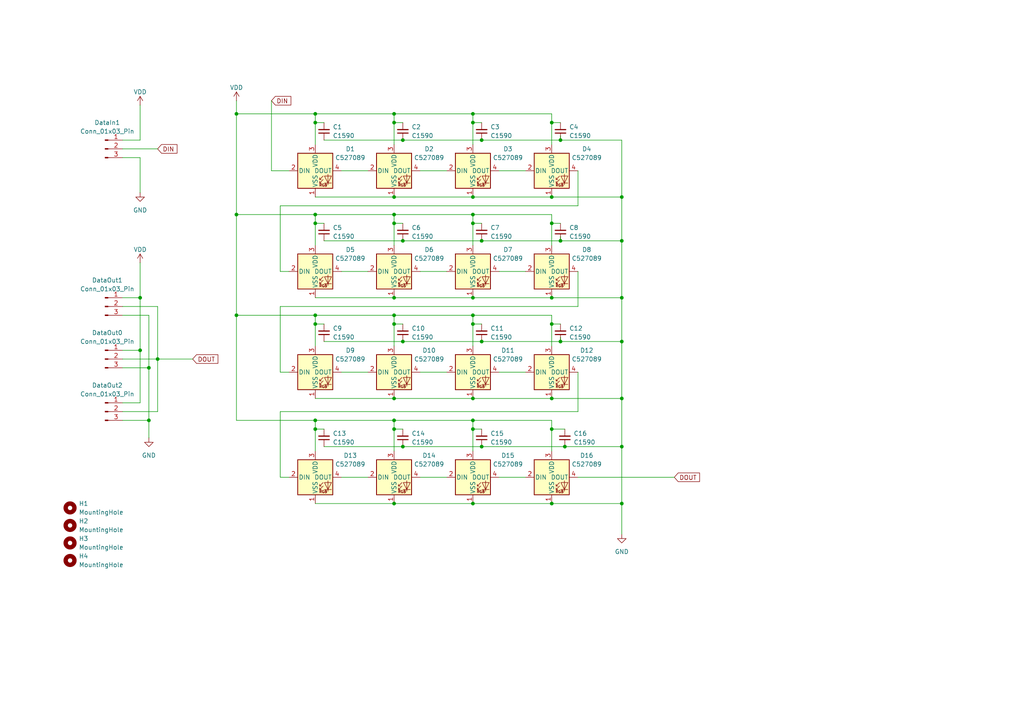
<source format=kicad_sch>
(kicad_sch (version 20250114) (generator "eeschema") (generator_version "9.0")
  (paper "A4")
  (lib_symbols
    (symbol "Connector:Conn_01x03_Pin" (pin_names (offset 1.016) (hide yes))
      (property "Reference" "J" (at 0 5.08 0))
      (property "Value" "Conn_01x03_Pin" (at 0 -5.08 0))
      (symbol "Conn_01x03_Pin_1_1"
        (rectangle (start 0.8636 2.667) (end 0 2.413) (stroke (width 0.1524)) (fill (type outline)))
        (rectangle (start 0.8636 0.127) (end 0 -0.127) (stroke (width 0.1524)) (fill (type outline)))
        (rectangle (start 0.8636 -2.413) (end 0 -2.667) (stroke (width 0.1524)) (fill (type outline)))
        (polyline (pts (xy 1.27 2.54) (xy 0.8636 2.54)) (stroke (width 0.1524)))
        (polyline (pts (xy 1.27 0) (xy 0.8636 0)) (stroke (width 0.1524)))
        (polyline (pts (xy 1.27 -2.54) (xy 0.8636 -2.54)) (stroke (width 0.1524)))
        (pin passive line (at 5.08 2.54 180) (length 3.81) (name "Pin_1") (number "1"))
        (pin passive line (at 5.08 0 180) (length 3.81) (name "Pin_2") (number "2"))
        (pin passive line (at 5.08 -2.54 180) (length 3.81) (name "Pin_3") (number "3"))
      )
    )
    (symbol "Device:C_Small" (pin_numbers (hide yes)) (pin_names (offset 0.254) (hide yes))
      (property "Reference" "C" (at 0.254 1.778 0))
      (property "Value" "C_Small" (at 0.254 -2.032 0))
      (symbol "C_Small_0_1"
        (polyline (pts (xy -1.524 0.508) (xy 1.524 0.508)) (stroke (width 0.3048)))
        (polyline (pts (xy -1.524 -0.508) (xy 1.524 -0.508)) (stroke (width 0.3302)))
      )
      (symbol "C_Small_1_1"
        (pin passive line (at 0 2.54 270) (length 2.032) (name "~") (number "1"))
        (pin passive line (at 0 -2.54 90) (length 2.032) (name "~") (number "2"))
      )
    )
    (symbol "LED:SK6812" (pin_names (offset 0.254))
      (property "Reference" "D" (at 5.08 5.715 0))
      (property "Value" "SK6812" (at 1.27 -5.715 0))
      (symbol "SK6812_0_0"
        (text "RGB" (at 2.286 -4.191 0) (effects (font (size 0.762 0.762))))
      )
      (symbol "SK6812_0_1"
        (polyline (pts (xy 1.27 -2.54) (xy 1.778 -2.54)))
        (polyline (pts (xy 1.27 -3.556) (xy 1.778 -3.556)))
        (polyline (pts (xy 2.286 -1.524) (xy 1.27 -2.54) (xy 1.27 -2.032)))
        (polyline (pts (xy 2.286 -2.54) (xy 1.27 -3.556) (xy 1.27 -3.048)))
        (polyline (pts (xy 3.683 -1.016) (xy 3.683 -3.556) (xy 3.683 -4.064)))
        (polyline (pts (xy 4.699 -1.524) (xy 2.667 -1.524) (xy 3.683 -3.556) (xy 4.699 -1.524)))
        (polyline (pts (xy 4.699 -3.556) (xy 2.667 -3.556)))
        (rectangle (start 5.08 5.08) (end -5.08 -5.08) (stroke (width 0.254)) (fill (type background)))
      )
      (symbol "SK6812_1_1"
        (pin input line (at -7.62 0 0) (length 2.54) (name "DIN") (number "2"))
        (pin power_in line (at 0 7.62 270) (length 2.54) (name "VDD") (number "3"))
        (pin power_in line (at 0 -7.62 90) (length 2.54) (name "VSS") (number "1"))
        (pin output line (at 7.62 0 180) (length 2.54) (name "DOUT") (number "4"))
      )
    )
    (symbol "Mechanical:MountingHole" (pin_names (offset 1.016)) (exclude_from_sim yes) (in_bom no)
      (property "Reference" "H" (at 0 5.08 0))
      (property "Value" "MountingHole" (at 0 3.175 0))
      (symbol "MountingHole_0_1"
        (circle (center 0 0) (radius 1.27) (stroke (width 1.27)))
      )
    )
    (symbol "power:GND" (power) (pin_numbers (hide yes)) (pin_names (offset 0) (hide yes))
      (property "Value" "GND" (at 0 -3.81 0))
      (symbol "GND_0_1"
        (polyline (pts (xy 0 0) (xy 0 -1.27) (xy 1.27 -1.27) (xy 0 -2.54) (xy -1.27 -1.27) (xy 0 -1.27)))
      )
      (symbol "GND_1_1"
        (pin power_in line (at 0 0 270) (length 0) (name "~") (number "1"))
      )
    )
    (symbol "power:VDD" (power) (pin_numbers (hide yes)) (pin_names (offset 0) (hide yes))
      (property "Value" "VDD" (at 0 3.556 0))
      (symbol "VDD_0_1"
        (polyline (pts (xy -0.762 1.27) (xy 0 2.54)))
        (polyline (pts (xy 0 2.54) (xy 0.762 1.27)))
        (polyline (pts (xy 0 0) (xy 0 2.54)))
      )
      (symbol "VDD_1_1"
        (pin power_in line (at 0 0 90) (length 0) (name "~") (number "1"))
      )
    )
  )
  (junction (at 180.34 57.15))
  (junction (at 114.3 93.98))
  (junction (at 180.34 129.54))
  (junction (at 160.02 93.98))
  (junction (at 160.02 86.36))
  (junction (at 180.34 69.85))
  (junction (at 114.3 91.44))
  (junction (at 43.18 106.68))
  (junction (at 139.7 40.64))
  (junction (at 139.7 129.54))
  (junction (at 180.34 99.06))
  (junction (at 116.84 129.54))
  (junction (at 137.16 121.92))
  (junction (at 114.3 115.57))
  (junction (at 160.02 115.57))
  (junction (at 137.16 91.44))
  (junction (at 114.3 64.77))
  (junction (at 137.16 57.15))
  (junction (at 139.7 69.85))
  (junction (at 68.58 91.44))
  (junction (at 160.02 35.56))
  (junction (at 137.16 35.56))
  (junction (at 91.44 93.98))
  (junction (at 40.64 101.6))
  (junction (at 116.84 99.06))
  (junction (at 162.56 69.85))
  (junction (at 91.44 62.23))
  (junction (at 68.58 62.23))
  (junction (at 43.18 121.92))
  (junction (at 91.44 64.77))
  (junction (at 180.34 115.57))
  (junction (at 137.16 146.05))
  (junction (at 137.16 115.57))
  (junction (at 114.3 57.15))
  (junction (at 40.64 86.36))
  (junction (at 91.44 33.02))
  (junction (at 137.16 86.36))
  (junction (at 114.3 33.02))
  (junction (at 162.56 40.64))
  (junction (at 137.16 93.98))
  (junction (at 137.16 62.23))
  (junction (at 137.16 64.77))
  (junction (at 139.7 99.06))
  (junction (at 114.3 62.23))
  (junction (at 91.44 124.46))
  (junction (at 114.3 35.56))
  (junction (at 68.58 33.02))
  (junction (at 45.72 104.14))
  (junction (at 114.3 121.92))
  (junction (at 163.83 129.54))
  (junction (at 114.3 146.05))
  (junction (at 162.56 99.06))
  (junction (at 180.34 86.36))
  (junction (at 160.02 57.15))
  (junction (at 137.16 33.02))
  (junction (at 137.16 124.46))
  (junction (at 116.84 40.64))
  (junction (at 160.02 64.77))
  (junction (at 91.44 121.92))
  (junction (at 114.3 86.36))
  (junction (at 91.44 35.56))
  (junction (at 180.34 146.05))
  (junction (at 160.02 146.05))
  (junction (at 160.02 124.46))
  (junction (at 114.3 124.46))
  (junction (at 91.44 91.44))
  (junction (at 116.84 69.85))
  (wire (pts (xy 45.72 88.9) (xy 45.72 104.14)))
  (wire (pts (xy 35.56 88.9) (xy 45.72 88.9)))
  (wire (pts (xy 163.83 129.54) (xy 180.34 129.54)))
  (wire (pts (xy 160.02 91.44) (xy 160.02 93.98)))
  (wire (pts (xy 68.58 62.23) (xy 91.44 62.23)))
  (wire (pts (xy 40.64 40.64) (xy 40.64 30.48)))
  (wire (pts (xy 81.28 107.95) (xy 83.82 107.95)))
  (wire (pts (xy 68.58 33.02) (xy 91.44 33.02)))
  (wire (pts (xy 78.74 29.21) (xy 78.74 49.53)))
  (wire (pts (xy 68.58 62.23) (xy 68.58 91.44)))
  (wire (pts (xy 180.34 86.36) (xy 180.34 99.06)))
  (wire (pts (xy 81.28 88.9) (xy 81.28 107.95)))
  (wire (pts (xy 162.56 69.85) (xy 162.56 68.58)))
  (wire (pts (xy 121.92 49.53) (xy 129.54 49.53)))
  (wire (pts (xy 99.06 49.53) (xy 106.68 49.53)))
  (wire (pts (xy 91.44 35.56) (xy 93.98 35.56)))
  (wire (pts (xy 167.64 119.38) (xy 81.28 119.38)))
  (wire (pts (xy 180.34 69.85) (xy 180.34 86.36)))
  (wire (pts (xy 121.92 107.95) (xy 129.54 107.95)))
  (wire (pts (xy 116.84 129.54) (xy 139.7 129.54)))
  (wire (pts (xy 91.44 86.36) (xy 114.3 86.36)))
  (wire (pts (xy 137.16 93.98) (xy 139.7 93.98)))
  (wire (pts (xy 116.84 69.85) (xy 139.7 69.85)))
  (wire (pts (xy 160.02 35.56) (xy 160.02 41.91)))
  (wire (pts (xy 91.44 33.02) (xy 114.3 33.02)))
  (wire (pts (xy 160.02 57.15) (xy 180.34 57.15)))
  (wire (pts (xy 114.3 124.46) (xy 116.84 124.46)))
  (wire (pts (xy 162.56 69.85) (xy 180.34 69.85)))
  (wire (pts (xy 180.34 129.54) (xy 180.34 146.05)))
  (wire (pts (xy 114.3 62.23) (xy 137.16 62.23)))
  (wire (pts (xy 160.02 35.56) (xy 162.56 35.56)))
  (wire (pts (xy 114.3 91.44) (xy 114.3 93.98)))
  (wire (pts (xy 114.3 64.77) (xy 116.84 64.77)))
  (wire (pts (xy 45.72 104.14) (xy 55.88 104.14)))
  (wire (pts (xy 40.64 116.84) (xy 40.64 101.6)))
  (wire (pts (xy 137.16 57.15) (xy 160.02 57.15)))
  (wire (pts (xy 137.16 93.98) (xy 137.16 100.33)))
  (wire (pts (xy 114.3 62.23) (xy 114.3 64.77)))
  (wire (pts (xy 137.16 33.02) (xy 137.16 35.56)))
  (wire (pts (xy 139.7 69.85) (xy 162.56 69.85)))
  (wire (pts (xy 144.78 107.95) (xy 152.4 107.95)))
  (wire (pts (xy 91.44 91.44) (xy 91.44 93.98)))
  (wire (pts (xy 139.7 40.64) (xy 162.56 40.64)))
  (wire (pts (xy 137.16 146.05) (xy 160.02 146.05)))
  (wire (pts (xy 167.64 49.53) (xy 167.64 59.69)))
  (wire (pts (xy 81.28 59.69) (xy 81.28 78.74)))
  (wire (pts (xy 162.56 99.06) (xy 180.34 99.06)))
  (wire (pts (xy 162.56 99.06) (xy 162.56 97.79)))
  (wire (pts (xy 144.78 49.53) (xy 152.4 49.53)))
  (wire (pts (xy 99.06 107.95) (xy 106.68 107.95)))
  (wire (pts (xy 160.02 121.92) (xy 160.02 124.46)))
  (wire (pts (xy 137.16 86.36) (xy 160.02 86.36)))
  (wire (pts (xy 114.3 91.44) (xy 137.16 91.44)))
  (wire (pts (xy 91.44 93.98) (xy 93.98 93.98)))
  (wire (pts (xy 167.64 59.69) (xy 81.28 59.69)))
  (wire (pts (xy 114.3 86.36) (xy 137.16 86.36)))
  (wire (pts (xy 91.44 64.77) (xy 93.98 64.77)))
  (wire (pts (xy 35.56 101.6) (xy 40.64 101.6)))
  (wire (pts (xy 68.58 33.02) (xy 68.58 62.23)))
  (wire (pts (xy 40.64 76.2) (xy 40.64 86.36)))
  (wire (pts (xy 144.78 78.74) (xy 152.4 78.74)))
  (wire (pts (xy 40.64 86.36) (xy 40.64 101.6)))
  (wire (pts (xy 116.84 99.06) (xy 139.7 99.06)))
  (wire (pts (xy 91.44 57.15) (xy 114.3 57.15)))
  (wire (pts (xy 180.34 40.64) (xy 180.34 57.15)))
  (wire (pts (xy 83.82 49.53) (xy 78.74 49.53)))
  (wire (pts (xy 93.98 129.54) (xy 116.84 129.54)))
  (wire (pts (xy 137.16 33.02) (xy 160.02 33.02)))
  (wire (pts (xy 99.06 138.43) (xy 106.68 138.43)))
  (wire (pts (xy 137.16 121.92) (xy 137.16 124.46)))
  (wire (pts (xy 45.72 104.14) (xy 35.56 104.14)))
  (wire (pts (xy 91.44 124.46) (xy 93.98 124.46)))
  (wire (pts (xy 167.64 78.74) (xy 167.64 88.9)))
  (wire (pts (xy 114.3 121.92) (xy 114.3 124.46)))
  (wire (pts (xy 137.16 124.46) (xy 139.7 124.46)))
  (wire (pts (xy 139.7 129.54) (xy 163.83 129.54)))
  (wire (pts (xy 35.56 121.92) (xy 43.18 121.92)))
  (wire (pts (xy 137.16 91.44) (xy 160.02 91.44)))
  (wire (pts (xy 45.72 119.38) (xy 45.72 104.14)))
  (wire (pts (xy 160.02 124.46) (xy 160.02 130.81)))
  (wire (pts (xy 35.56 106.68) (xy 43.18 106.68)))
  (wire (pts (xy 81.28 119.38) (xy 81.28 138.43)))
  (wire (pts (xy 35.56 119.38) (xy 45.72 119.38)))
  (wire (pts (xy 43.18 121.92) (xy 43.18 127)))
  (wire (pts (xy 91.44 93.98) (xy 91.44 100.33)))
  (wire (pts (xy 160.02 93.98) (xy 160.02 100.33)))
  (wire (pts (xy 68.58 29.21) (xy 68.58 33.02)))
  (wire (pts (xy 114.3 121.92) (xy 91.44 121.92)))
  (wire (pts (xy 121.92 138.43) (xy 129.54 138.43)))
  (wire (pts (xy 35.56 86.36) (xy 40.64 86.36)))
  (wire (pts (xy 137.16 124.46) (xy 137.16 130.81)))
  (wire (pts (xy 137.16 64.77) (xy 137.16 71.12)))
  (wire (pts (xy 35.56 116.84) (xy 40.64 116.84)))
  (wire (pts (xy 91.44 115.57) (xy 114.3 115.57)))
  (wire (pts (xy 144.78 138.43) (xy 152.4 138.43)))
  (wire (pts (xy 114.3 124.46) (xy 114.3 130.81)))
  (wire (pts (xy 91.44 121.92) (xy 91.44 124.46)))
  (wire (pts (xy 114.3 146.05) (xy 137.16 146.05)))
  (wire (pts (xy 137.16 121.92) (xy 114.3 121.92)))
  (wire (pts (xy 180.34 57.15) (xy 180.34 69.85)))
  (wire (pts (xy 137.16 62.23) (xy 160.02 62.23)))
  (wire (pts (xy 91.44 146.05) (xy 114.3 146.05)))
  (wire (pts (xy 137.16 115.57) (xy 160.02 115.57)))
  (wire (pts (xy 68.58 91.44) (xy 68.58 121.92)))
  (wire (pts (xy 180.34 99.06) (xy 180.34 115.57)))
  (wire (pts (xy 43.18 106.68) (xy 43.18 121.92)))
  (wire (pts (xy 81.28 78.74) (xy 83.82 78.74)))
  (wire (pts (xy 137.16 91.44) (xy 137.16 93.98)))
  (wire (pts (xy 114.3 33.02) (xy 114.3 35.56)))
  (wire (pts (xy 167.64 107.95) (xy 167.64 119.38)))
  (wire (pts (xy 81.28 138.43) (xy 83.82 138.43)))
  (wire (pts (xy 40.64 45.72) (xy 40.64 55.88)))
  (wire (pts (xy 114.3 64.77) (xy 114.3 71.12)))
  (wire (pts (xy 162.56 40.64) (xy 180.34 40.64)))
  (wire (pts (xy 68.58 121.92) (xy 91.44 121.92)))
  (wire (pts (xy 180.34 115.57) (xy 180.34 129.54)))
  (wire (pts (xy 91.44 124.46) (xy 91.44 130.81)))
  (wire (pts (xy 160.02 86.36) (xy 180.34 86.36)))
  (wire (pts (xy 137.16 64.77) (xy 139.7 64.77)))
  (wire (pts (xy 160.02 64.77) (xy 162.56 64.77)))
  (wire (pts (xy 160.02 121.92) (xy 137.16 121.92)))
  (wire (pts (xy 139.7 99.06) (xy 162.56 99.06)))
  (wire (pts (xy 137.16 62.23) (xy 137.16 64.77)))
  (wire (pts (xy 35.56 45.72) (xy 40.64 45.72)))
  (wire (pts (xy 114.3 33.02) (xy 137.16 33.02)))
  (wire (pts (xy 180.34 146.05) (xy 180.34 154.94)))
  (wire (pts (xy 167.64 138.43) (xy 195.58 138.43)))
  (wire (pts (xy 68.58 91.44) (xy 91.44 91.44)))
  (wire (pts (xy 160.02 62.23) (xy 160.02 64.77)))
  (wire (pts (xy 91.44 91.44) (xy 114.3 91.44)))
  (wire (pts (xy 91.44 62.23) (xy 114.3 62.23)))
  (wire (pts (xy 114.3 115.57) (xy 137.16 115.57)))
  (wire (pts (xy 114.3 35.56) (xy 114.3 41.91)))
  (wire (pts (xy 91.44 64.77) (xy 91.44 71.12)))
  (wire (pts (xy 160.02 33.02) (xy 160.02 35.56)))
  (wire (pts (xy 43.18 91.44) (xy 43.18 106.68)))
  (wire (pts (xy 180.34 146.05) (xy 160.02 146.05)))
  (wire (pts (xy 93.98 40.64) (xy 116.84 40.64)))
  (wire (pts (xy 91.44 62.23) (xy 91.44 64.77)))
  (wire (pts (xy 35.56 43.18) (xy 45.72 43.18)))
  (wire (pts (xy 160.02 124.46) (xy 163.83 124.46)))
  (wire (pts (xy 93.98 99.06) (xy 116.84 99.06)))
  (wire (pts (xy 137.16 35.56) (xy 137.16 41.91)))
  (wire (pts (xy 114.3 35.56) (xy 116.84 35.56)))
  (wire (pts (xy 160.02 115.57) (xy 180.34 115.57)))
  (wire (pts (xy 121.92 78.74) (xy 129.54 78.74)))
  (wire (pts (xy 91.44 35.56) (xy 91.44 41.91)))
  (wire (pts (xy 35.56 40.64) (xy 40.64 40.64)))
  (wire (pts (xy 116.84 40.64) (xy 139.7 40.64)))
  (wire (pts (xy 114.3 93.98) (xy 116.84 93.98)))
  (wire (pts (xy 81.28 88.9) (xy 167.64 88.9)))
  (wire (pts (xy 99.06 78.74) (xy 106.68 78.74)))
  (wire (pts (xy 114.3 57.15) (xy 137.16 57.15)))
  (wire (pts (xy 91.44 33.02) (xy 91.44 35.56)))
  (wire (pts (xy 137.16 35.56) (xy 139.7 35.56)))
  (wire (pts (xy 35.56 91.44) (xy 43.18 91.44)))
  (wire (pts (xy 114.3 93.98) (xy 114.3 100.33)))
  (wire (pts (xy 160.02 64.77) (xy 160.02 71.12)))
  (wire (pts (xy 162.56 40.64) (xy 162.56 39.37)))
  (wire (pts (xy 93.98 69.85) (xy 116.84 69.85)))
  (wire (pts (xy 160.02 93.98) (xy 162.56 93.98)))
  (global_label "DOUT" (shape input) (at 55.88 104.14 0) (property "Intersheetrefs" "${INTERSHEET_REFS}" (effects (hide yes))))
  (global_label "DIN" (shape input) (at 45.72 43.18 0) (property "Intersheetrefs" "${INTERSHEET_REFS}" (effects (hide yes))))
  (global_label "DOUT" (shape input) (at 195.58 138.43 0) (property "Intersheetrefs" "${INTERSHEET_REFS}" (effects (hide yes))))
  (global_label "DIN" (shape input) (at 78.74 29.21 0) (property "Intersheetrefs" "${INTERSHEET_REFS}" (effects (hide yes))))
  (symbol (lib_id "Device:C_Small") (at 116.84 96.52 180) (unit 1)
    (property "Reference" "C10" (at 119.38 95.2435 0) (effects (justify right)))
    (property "Value" "C1590" (at 119.38 97.7835 0) (effects (justify right)))
    (property "Footprint" "Capacitor_SMD:C_0805_2012Metric" (effects (hide yes)))
    (property "Description" "Unpolarized capacitor, small symbol" (effects (hide yes)))
  )
  (symbol (lib_id "Device:C_Small") (at 139.7 127 180) (unit 1)
    (property "Reference" "C15" (at 142.24 125.7235 0) (effects (justify right)))
    (property "Value" "C1590" (at 142.24 128.2635 0) (effects (justify right)))
    (property "Footprint" "Capacitor_SMD:C_0805_2012Metric" (effects (hide yes)))
    (property "Description" "Unpolarized capacitor, small symbol" (effects (hide yes)))
  )
  (symbol (lib_id "Device:C_Small") (at 93.98 96.52 180) (unit 1)
    (property "Reference" "C9" (at 96.52 95.2435 0) (effects (justify right)))
    (property "Value" "C1590" (at 96.52 97.7835 0) (effects (justify right)))
    (property "Footprint" "Capacitor_SMD:C_0805_2012Metric" (effects (hide yes)))
    (property "Description" "Unpolarized capacitor, small symbol" (effects (hide yes)))
  )
  (symbol (lib_id "Device:C_Small") (at 116.84 67.31 180) (unit 1)
    (property "Reference" "C6" (at 119.38 66.0335 0) (effects (justify right)))
    (property "Value" "C1590" (at 119.38 68.5735 0) (effects (justify right)))
    (property "Footprint" "Capacitor_SMD:C_0805_2012Metric" (effects (hide yes)))
    (property "Description" "Unpolarized capacitor, small symbol" (effects (hide yes)))
  )
  (symbol (lib_id "LED:SK6812") (at 91.44 107.95 0) (unit 1)
    (property "Reference" "D9" (at 101.6 101.6314 0))
    (property "Value" "C527089" (at 101.6 104.1714 0))
    (property "Footprint" "LED_SMD:LED_WS2812B-Mini_PLCC4_3.5x3.5mm" (effects (hide yes)))
    (property "Description" "RGB LED with integrated controller" (effects (hide yes)))
  )
  (symbol (lib_id "LED:SK6812") (at 137.16 138.43 0) (unit 1)
    (property "Reference" "D15" (at 147.32 132.1114 0))
    (property "Value" "C527089" (at 147.32 134.6514 0))
    (property "Footprint" "LED_SMD:LED_WS2812B-Mini_PLCC4_3.5x3.5mm" (effects (hide yes)))
    (property "Description" "RGB LED with integrated controller" (effects (hide yes)))
  )
  (symbol (lib_id "LED:SK6812") (at 160.02 78.74 0) (unit 1)
    (property "Reference" "D8" (at 170.18 72.4214 0))
    (property "Value" "C527089" (at 170.18 74.9614 0))
    (property "Footprint" "LED_SMD:LED_WS2812B-Mini_PLCC4_3.5x3.5mm" (effects (hide yes)))
    (property "Description" "RGB LED with integrated controller" (effects (hide yes)))
  )
  (symbol (lib_id "LED:SK6812") (at 114.3 107.95 0) (unit 1)
    (property "Reference" "D10" (at 124.46 101.6314 0))
    (property "Value" "C527089" (at 124.46 104.1714 0))
    (property "Footprint" "LED_SMD:LED_WS2812B-Mini_PLCC4_3.5x3.5mm" (effects (hide yes)))
    (property "Description" "RGB LED with integrated controller" (effects (hide yes)))
  )
  (symbol (lib_id "LED:SK6812") (at 160.02 107.95 0) (unit 1)
    (property "Reference" "D12" (at 170.18 101.6314 0))
    (property "Value" "C527089" (at 170.18 104.1714 0))
    (property "Footprint" "LED_SMD:LED_WS2812B-Mini_PLCC4_3.5x3.5mm" (effects (hide yes)))
    (property "Description" "RGB LED with integrated controller" (effects (hide yes)))
  )
  (symbol (lib_id "Device:C_Small") (at 162.56 38.1 180) (unit 1)
    (property "Reference" "C4" (at 165.1 36.8235 0) (effects (justify right)))
    (property "Value" "C1590" (at 165.1 39.3635 0) (effects (justify right)))
    (property "Footprint" "Capacitor_SMD:C_0805_2012Metric" (effects (hide yes)))
    (property "Description" "Unpolarized capacitor, small symbol" (effects (hide yes)))
  )
  (symbol (lib_id "LED:SK6812") (at 137.16 49.53 0) (unit 1)
    (property "Reference" "D3" (at 147.32 43.2114 0))
    (property "Value" "C527089" (at 147.32 45.7514 0))
    (property "Footprint" "LED_SMD:LED_WS2812B-Mini_PLCC4_3.5x3.5mm" (effects (hide yes)))
    (property "Description" "RGB LED with integrated controller" (effects (hide yes)))
  )
  (symbol (lib_id "Device:C_Small") (at 139.7 96.52 180) (unit 1)
    (property "Reference" "C11" (at 142.24 95.2435 0) (effects (justify right)))
    (property "Value" "C1590" (at 142.24 97.7835 0) (effects (justify right)))
    (property "Footprint" "Capacitor_SMD:C_0805_2012Metric" (effects (hide yes)))
    (property "Description" "Unpolarized capacitor, small symbol" (effects (hide yes)))
  )
  (symbol (lib_id "power:VDD") (at 40.64 30.48 0) (unit 1)
    (property "Reference" "#PWR05" (effects (hide yes)))
    (property "Value" "VDD" (at 40.64 26.67 0))
    (property "Description" "Power symbol creates a global label with name \"VDD\"" (effects (hide yes)))
  )
  (symbol (lib_id "power:GND") (at 180.34 154.94 0) (unit 1)
    (property "Reference" "#PWR02" (effects (hide yes)))
    (property "Value" "GND" (at 180.34 160.02 0))
    (property "Description" "Power symbol creates a global label with name \"GND\" , ground" (effects (hide yes)))
  )
  (symbol (lib_id "LED:SK6812") (at 137.16 107.95 0) (unit 1)
    (property "Reference" "D11" (at 147.32 101.6314 0))
    (property "Value" "C527089" (at 147.32 104.1714 0))
    (property "Footprint" "LED_SMD:LED_WS2812B-Mini_PLCC4_3.5x3.5mm" (effects (hide yes)))
    (property "Description" "RGB LED with integrated controller" (effects (hide yes)))
  )
  (symbol (lib_id "LED:SK6812") (at 91.44 138.43 0) (unit 1)
    (property "Reference" "D13" (at 101.6 132.1114 0))
    (property "Value" "C527089" (at 101.6 134.6514 0))
    (property "Footprint" "LED_SMD:LED_WS2812B-Mini_PLCC4_3.5x3.5mm" (effects (hide yes)))
    (property "Description" "RGB LED with integrated controller" (effects (hide yes)))
  )
  (symbol (lib_id "Connector:Conn_01x03_Pin") (at 30.48 88.9 0) (unit 1)
    (property "Reference" "DataOut1" (at 31.115 81.28 0))
    (property "Value" "Conn_01x03_Pin" (at 31.115 83.82 0))
    (property "Footprint" "Connector_PinHeader_2.54mm:PinHeader_1x03_P2.54mm_Vertical" (effects (hide yes)))
    (property "Description" "Generic connector, single row, 01x03, script generated" (effects (hide yes)))
  )
  (symbol (lib_id "power:VDD") (at 40.64 76.2 0) (unit 1)
    (property "Reference" "#PWR03" (effects (hide yes)))
    (property "Value" "VDD" (at 40.64 72.39 0))
    (property "Description" "Power symbol creates a global label with name \"VDD\"" (effects (hide yes)))
  )
  (symbol (lib_id "Device:C_Small") (at 162.56 67.31 180) (unit 1)
    (property "Reference" "C8" (at 165.1 66.0335 0) (effects (justify right)))
    (property "Value" "C1590" (at 165.1 68.5735 0) (effects (justify right)))
    (property "Footprint" "Capacitor_SMD:C_0805_2012Metric" (effects (hide yes)))
    (property "Description" "Unpolarized capacitor, small symbol" (effects (hide yes)))
  )
  (symbol (lib_id "Mechanical:MountingHole") (at 20.32 157.48 0) (unit 1) (exclude_from_sim yes) (in_bom no)
    (property "Reference" "H3" (at 22.86 156.2099 0) (effects (justify left)))
    (property "Value" "MountingHole" (at 22.86 158.7499 0) (effects (justify left)))
    (property "Footprint" "MountingHole:MountingHole_3.2mm_M3_DIN965_Pad" (effects (hide yes)))
    (property "Description" "Mounting Hole without connection" (effects (hide yes)))
  )
  (symbol (lib_id "LED:SK6812") (at 137.16 78.74 0) (unit 1)
    (property "Reference" "D7" (at 147.32 72.4214 0))
    (property "Value" "C527089" (at 147.32 74.9614 0))
    (property "Footprint" "LED_SMD:LED_WS2812B-Mini_PLCC4_3.5x3.5mm" (effects (hide yes)))
    (property "Description" "RGB LED with integrated controller" (effects (hide yes)))
  )
  (symbol (lib_id "LED:SK6812") (at 91.44 78.74 0) (unit 1)
    (property "Reference" "D5" (at 101.6 72.4214 0))
    (property "Value" "C527089" (at 101.6 74.9614 0))
    (property "Footprint" "LED_SMD:LED_WS2812B-Mini_PLCC4_3.5x3.5mm" (effects (hide yes)))
    (property "Description" "RGB LED with integrated controller" (effects (hide yes)))
  )
  (symbol (lib_id "LED:SK6812") (at 160.02 138.43 0) (unit 1)
    (property "Reference" "D16" (at 170.18 132.1114 0))
    (property "Value" "C527089" (at 170.18 134.6514 0))
    (property "Footprint" "LED_SMD:LED_WS2812B-Mini_PLCC4_3.5x3.5mm" (effects (hide yes)))
    (property "Description" "RGB LED with integrated controller" (effects (hide yes)))
  )
  (symbol (lib_id "Mechanical:MountingHole") (at 20.32 147.32 0) (unit 1) (exclude_from_sim yes) (in_bom no)
    (property "Reference" "H1" (at 22.86 146.0499 0) (effects (justify left)))
    (property "Value" "MountingHole" (at 22.86 148.5899 0) (effects (justify left)))
    (property "Footprint" "MountingHole:MountingHole_3.2mm_M3_DIN965_Pad" (effects (hide yes)))
    (property "Description" "Mounting Hole without connection" (effects (hide yes)))
  )
  (symbol (lib_id "Device:C_Small") (at 116.84 38.1 180) (unit 1)
    (property "Reference" "C2" (at 119.38 36.8235 0) (effects (justify right)))
    (property "Value" "C1590" (at 119.38 39.3635 0) (effects (justify right)))
    (property "Footprint" "Capacitor_SMD:C_0805_2012Metric" (effects (hide yes)))
    (property "Description" "Unpolarized capacitor, small symbol" (effects (hide yes)))
  )
  (symbol (lib_id "Device:C_Small") (at 93.98 38.1 180) (unit 1)
    (property "Reference" "C1" (at 96.52 36.8235 0) (effects (justify right)))
    (property "Value" "C1590" (at 96.52 39.3635 0) (effects (justify right)))
    (property "Footprint" "Capacitor_SMD:C_0805_2012Metric" (effects (hide yes)))
    (property "Description" "Unpolarized capacitor, small symbol" (effects (hide yes)))
  )
  (symbol (lib_id "Device:C_Small") (at 139.7 67.31 180) (unit 1)
    (property "Reference" "C7" (at 142.24 66.0335 0) (effects (justify right)))
    (property "Value" "C1590" (at 142.24 68.5735 0) (effects (justify right)))
    (property "Footprint" "Capacitor_SMD:C_0805_2012Metric" (effects (hide yes)))
    (property "Description" "Unpolarized capacitor, small symbol" (effects (hide yes)))
  )
  (symbol (lib_id "Device:C_Small") (at 93.98 67.31 180) (unit 1)
    (property "Reference" "C5" (at 96.52 66.0335 0) (effects (justify right)))
    (property "Value" "C1590" (at 96.52 68.5735 0) (effects (justify right)))
    (property "Footprint" "Capacitor_SMD:C_0805_2012Metric" (effects (hide yes)))
    (property "Description" "Unpolarized capacitor, small symbol" (effects (hide yes)))
  )
  (symbol (lib_id "LED:SK6812") (at 114.3 78.74 0) (unit 1)
    (property "Reference" "D6" (at 124.46 72.4214 0))
    (property "Value" "C527089" (at 124.46 74.9614 0))
    (property "Footprint" "LED_SMD:LED_WS2812B-Mini_PLCC4_3.5x3.5mm" (effects (hide yes)))
    (property "Description" "RGB LED with integrated controller" (effects (hide yes)))
  )
  (symbol (lib_id "power:GND") (at 43.18 127 0) (unit 1)
    (property "Reference" "#PWR04" (effects (hide yes)))
    (property "Value" "GND" (at 43.18 132.08 0))
    (property "Description" "Power symbol creates a global label with name \"GND\" , ground" (effects (hide yes)))
  )
  (symbol (lib_id "Mechanical:MountingHole") (at 20.32 162.56 0) (unit 1) (exclude_from_sim yes) (in_bom no)
    (property "Reference" "H4" (at 22.86 161.2899 0) (effects (justify left)))
    (property "Value" "MountingHole" (at 22.86 163.8299 0) (effects (justify left)))
    (property "Footprint" "MountingHole:MountingHole_3.2mm_M3_DIN965_Pad" (effects (hide yes)))
    (property "Description" "Mounting Hole without connection" (effects (hide yes)))
  )
  (symbol (lib_id "LED:SK6812") (at 114.3 138.43 0) (unit 1)
    (property "Reference" "D14" (at 124.46 132.1114 0))
    (property "Value" "C527089" (at 124.46 134.6514 0))
    (property "Footprint" "LED_SMD:LED_WS2812B-Mini_PLCC4_3.5x3.5mm" (effects (hide yes)))
    (property "Description" "RGB LED with integrated controller" (effects (hide yes)))
  )
  (symbol (lib_id "Connector:Conn_01x03_Pin") (at 30.48 119.38 0) (unit 1)
    (property "Reference" "DataOut2" (at 31.115 111.76 0))
    (property "Value" "Conn_01x03_Pin" (at 31.115 114.3 0))
    (property "Footprint" "Connector_PinHeader_2.54mm:PinHeader_1x03_P2.54mm_Vertical" (effects (hide yes)))
    (property "Description" "Generic connector, single row, 01x03, script generated" (effects (hide yes)))
  )
  (symbol (lib_id "Device:C_Small") (at 163.83 127 180) (unit 1)
    (property "Reference" "C16" (at 166.37 125.7235 0) (effects (justify right)))
    (property "Value" "C1590" (at 166.37 128.2635 0) (effects (justify right)))
    (property "Footprint" "Capacitor_SMD:C_0805_2012Metric" (effects (hide yes)))
    (property "Description" "Unpolarized capacitor, small symbol" (effects (hide yes)))
  )
  (symbol (lib_id "power:VDD") (at 68.58 29.21 0) (unit 1)
    (property "Reference" "#PWR01" (effects (hide yes)))
    (property "Value" "VDD" (at 68.58 25.4 0))
    (property "Description" "Power symbol creates a global label with name \"VDD\"" (effects (hide yes)))
  )
  (symbol (lib_id "Device:C_Small") (at 93.98 127 180) (unit 1)
    (property "Reference" "C13" (at 96.52 125.7235 0) (effects (justify right)))
    (property "Value" "C1590" (at 96.52 128.2635 0) (effects (justify right)))
    (property "Footprint" "Capacitor_SMD:C_0805_2012Metric" (effects (hide yes)))
    (property "Description" "Unpolarized capacitor, small symbol" (effects (hide yes)))
  )
  (symbol (lib_id "Device:C_Small") (at 162.56 96.52 180) (unit 1)
    (property "Reference" "C12" (at 165.1 95.2435 0) (effects (justify right)))
    (property "Value" "C1590" (at 165.1 97.7835 0) (effects (justify right)))
    (property "Footprint" "Capacitor_SMD:C_0805_2012Metric" (effects (hide yes)))
    (property "Description" "Unpolarized capacitor, small symbol" (effects (hide yes)))
  )
  (symbol (lib_id "Device:C_Small") (at 139.7 38.1 180) (unit 1)
    (property "Reference" "C3" (at 142.24 36.8235 0) (effects (justify right)))
    (property "Value" "C1590" (at 142.24 39.3635 0) (effects (justify right)))
    (property "Footprint" "Capacitor_SMD:C_0805_2012Metric" (effects (hide yes)))
    (property "Description" "Unpolarized capacitor, small symbol" (effects (hide yes)))
  )
  (symbol (lib_id "Device:C_Small") (at 116.84 127 180) (unit 1)
    (property "Reference" "C14" (at 119.38 125.7235 0) (effects (justify right)))
    (property "Value" "C1590" (at 119.38 128.2635 0) (effects (justify right)))
    (property "Footprint" "Capacitor_SMD:C_0805_2012Metric" (effects (hide yes)))
    (property "Description" "Unpolarized capacitor, small symbol" (effects (hide yes)))
  )
  (symbol (lib_id "LED:SK6812") (at 160.02 49.53 0) (unit 1)
    (property "Reference" "D4" (at 170.18 43.2114 0))
    (property "Value" "C527089" (at 170.18 45.7514 0))
    (property "Footprint" "LED_SMD:LED_WS2812B-Mini_PLCC4_3.5x3.5mm" (effects (hide yes)))
    (property "Description" "RGB LED with integrated controller" (effects (hide yes)))
  )
  (symbol (lib_id "power:GND") (at 40.64 55.88 0) (unit 1)
    (property "Reference" "#PWR06" (effects (hide yes)))
    (property "Value" "GND" (at 40.64 60.96 0))
    (property "Description" "Power symbol creates a global label with name \"GND\" , ground" (effects (hide yes)))
  )
  (symbol (lib_id "Connector:Conn_01x03_Pin") (at 30.48 104.14 0) (unit 1)
    (property "Reference" "DataOut0" (at 31.115 96.52 0))
    (property "Value" "Conn_01x03_Pin" (at 31.115 99.06 0))
    (property "Footprint" "Connector_PinHeader_2.54mm:PinHeader_1x03_P2.54mm_Vertical" (effects (hide yes)))
    (property "Description" "Generic connector, single row, 01x03, script generated" (effects (hide yes)))
  )
  (symbol (lib_id "LED:SK6812") (at 91.44 49.53 0) (unit 1)
    (property "Reference" "D1" (at 101.6 43.2114 0))
    (property "Value" "C527089" (at 101.6 45.7514 0))
    (property "Footprint" "LED_SMD:LED_WS2812B-Mini_PLCC4_3.5x3.5mm" (effects (hide yes)))
    (property "Description" "RGB LED with integrated controller" (effects (hide yes)))
  )
  (symbol (lib_id "Mechanical:MountingHole") (at 20.32 152.4 0) (unit 1) (exclude_from_sim yes) (in_bom no)
    (property "Reference" "H2" (at 22.86 151.1299 0) (effects (justify left)))
    (property "Value" "MountingHole" (at 22.86 153.6699 0) (effects (justify left)))
    (property "Footprint" "MountingHole:MountingHole_3.2mm_M3_DIN965_Pad" (effects (hide yes)))
    (property "Description" "Mounting Hole without connection" (effects (hide yes)))
  )
  (symbol (lib_id "LED:SK6812") (at 114.3 49.53 0) (unit 1)
    (property "Reference" "D2" (at 124.46 43.2114 0))
    (property "Value" "C527089" (at 124.46 45.7514 0))
    (property "Footprint" "LED_SMD:LED_WS2812B-Mini_PLCC4_3.5x3.5mm" (effects (hide yes)))
    (property "Description" "RGB LED with integrated controller" (effects (hide yes)))
  )
  (symbol (lib_id "Connector:Conn_01x03_Pin") (at 30.48 43.18 0) (unit 1)
    (property "Reference" "DataIn1" (at 31.115 35.56 0))
    (property "Value" "Conn_01x03_Pin" (at 31.115 38.1 0))
    (property "Footprint" "Connector_PinHeader_2.54mm:PinHeader_1x03_P2.54mm_Vertical" (effects (hide yes)))
    (property "Description" "Generic connector, single row, 01x03, script generated" (effects (hide yes)))
  )
)
</source>
